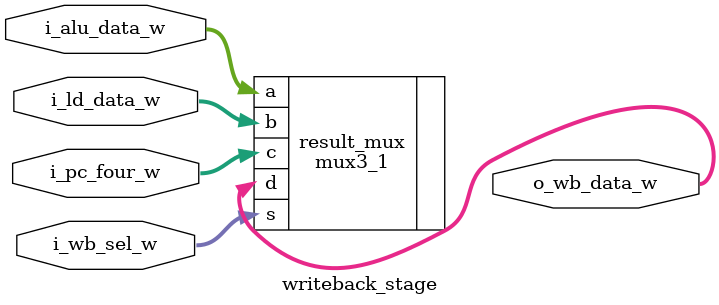
<source format=sv>
module writeback_stage(
  // Input Declaration
	input  logic [1:0]  i_wb_sel_w  ,
	input  logic [31:0] i_pc_four_w , 
  input  logic [31:0] i_alu_data_w, 
  input  logic [31:0] i_ld_data_w ,
  // Output Declaration
	output logic [31:0] o_wb_data_w
);
	
	// Declaration of Module
	// writeback mux
	mux3_1 result_mux(
		.a(i_alu_data_w),
		.b(i_ld_data_w ),
		.c(i_pc_four_w ),
		.s(i_wb_sel_w  ),
		.d(o_wb_data_w )
	);

endmodule

</source>
